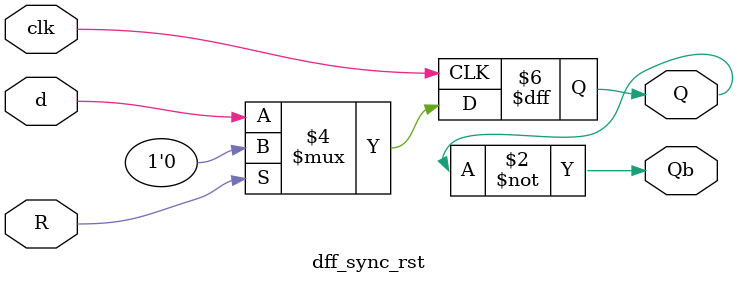
<source format=sv>
`timescale 1ns/1ns
module dff_sync_rst (input R, clk, d,  output reg Q,output  Qb);
    always @(negedge clk)
     begin
          if (R) Q <= 1'b0;
          else Q <= d;
     end
   assign Qb = ~ Q;
endmodule

</source>
